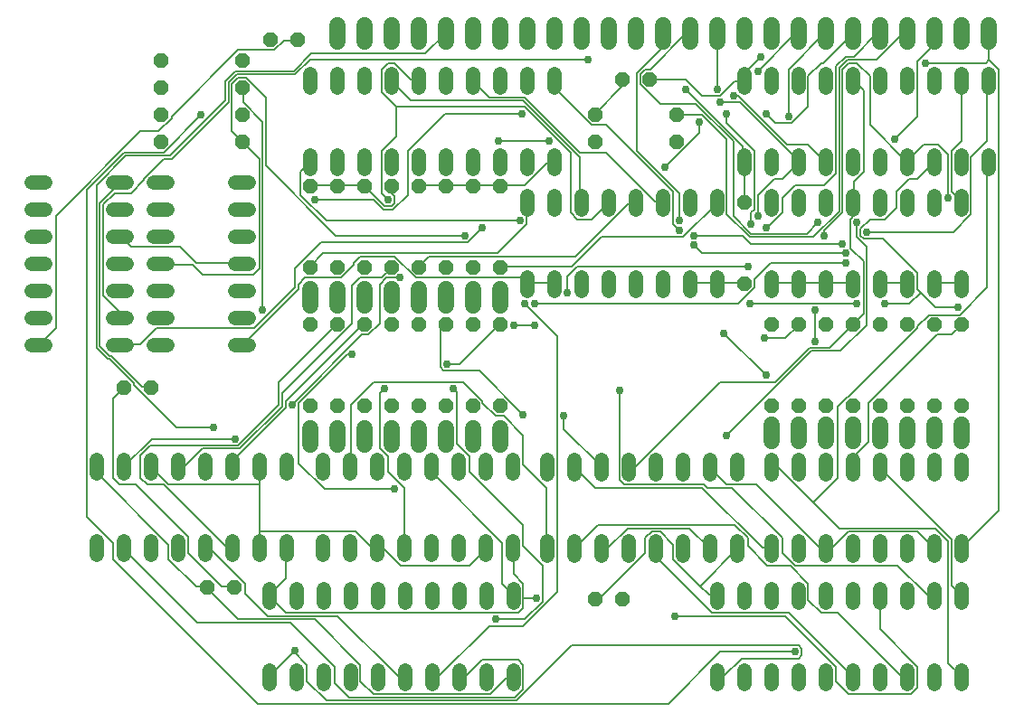
<source format=gbr>
G04 EAGLE Gerber RS-274X export*
G75*
%MOMM*%
%FSLAX34Y34*%
%LPD*%
%INBottom Copper*%
%IPPOS*%
%AMOC8*
5,1,8,0,0,1.08239X$1,22.5*%
G01*
%ADD10C,1.320800*%
%ADD11C,1.524000*%
%ADD12P,1.429621X8X292.500000*%
%ADD13P,1.429621X8X202.500000*%
%ADD14P,1.429621X8X22.500000*%
%ADD15C,0.152400*%
%ADD16C,0.756400*%


D10*
X342900Y647446D02*
X342900Y660654D01*
X368300Y660654D02*
X368300Y647446D01*
X495300Y647446D02*
X495300Y660654D01*
X520700Y660654D02*
X520700Y647446D01*
X393700Y647446D02*
X393700Y660654D01*
X419100Y660654D02*
X419100Y647446D01*
X469900Y647446D02*
X469900Y660654D01*
X444500Y660654D02*
X444500Y647446D01*
X546100Y647446D02*
X546100Y660654D01*
X571500Y660654D02*
X571500Y647446D01*
X571500Y723646D02*
X571500Y736854D01*
X546100Y736854D02*
X546100Y723646D01*
X520700Y723646D02*
X520700Y736854D01*
X495300Y736854D02*
X495300Y723646D01*
X469900Y723646D02*
X469900Y736854D01*
X444500Y736854D02*
X444500Y723646D01*
X419100Y723646D02*
X419100Y736854D01*
X393700Y736854D02*
X393700Y723646D01*
X368300Y723646D02*
X368300Y736854D01*
X342900Y736854D02*
X342900Y723646D01*
X749300Y660654D02*
X749300Y647446D01*
X774700Y647446D02*
X774700Y660654D01*
X901700Y660654D02*
X901700Y647446D01*
X927100Y647446D02*
X927100Y660654D01*
X800100Y660654D02*
X800100Y647446D01*
X825500Y647446D02*
X825500Y660654D01*
X876300Y660654D02*
X876300Y647446D01*
X850900Y647446D02*
X850900Y660654D01*
X952500Y660654D02*
X952500Y647446D01*
X977900Y647446D02*
X977900Y660654D01*
X977900Y723646D02*
X977900Y736854D01*
X952500Y736854D02*
X952500Y723646D01*
X927100Y723646D02*
X927100Y736854D01*
X901700Y736854D02*
X901700Y723646D01*
X876300Y723646D02*
X876300Y736854D01*
X850900Y736854D02*
X850900Y723646D01*
X825500Y723646D02*
X825500Y736854D01*
X800100Y736854D02*
X800100Y723646D01*
X774700Y723646D02*
X774700Y736854D01*
X749300Y736854D02*
X749300Y723646D01*
D11*
X546100Y767080D02*
X546100Y782320D01*
X520700Y782320D02*
X520700Y767080D01*
X495300Y767080D02*
X495300Y782320D01*
X469900Y782320D02*
X469900Y767080D01*
X444500Y767080D02*
X444500Y782320D01*
X419100Y782320D02*
X419100Y767080D01*
X393700Y767080D02*
X393700Y782320D01*
X368300Y782320D02*
X368300Y767080D01*
X749300Y767080D02*
X749300Y782320D01*
X723900Y782320D02*
X723900Y767080D01*
X698500Y767080D02*
X698500Y782320D01*
X673100Y782320D02*
X673100Y767080D01*
X647700Y767080D02*
X647700Y782320D01*
X622300Y782320D02*
X622300Y767080D01*
X596900Y767080D02*
X596900Y782320D01*
X571500Y782320D02*
X571500Y767080D01*
X774700Y407670D02*
X774700Y392430D01*
X800100Y392430D02*
X800100Y407670D01*
X825500Y407670D02*
X825500Y392430D01*
X850900Y392430D02*
X850900Y407670D01*
X876300Y407670D02*
X876300Y392430D01*
X901700Y392430D02*
X901700Y407670D01*
X927100Y407670D02*
X927100Y392430D01*
X952500Y392430D02*
X952500Y407670D01*
D12*
X342900Y501650D03*
X342900Y425450D03*
X368300Y501650D03*
X368300Y425450D03*
X393700Y501650D03*
X393700Y425450D03*
X419100Y501650D03*
X419100Y425450D03*
X444500Y501650D03*
X444500Y425450D03*
X469900Y501650D03*
X469900Y425450D03*
X495300Y501650D03*
X495300Y425450D03*
X520700Y501650D03*
X520700Y425450D03*
X774700Y501650D03*
X774700Y425450D03*
X800100Y501650D03*
X800100Y425450D03*
X825500Y501650D03*
X825500Y425450D03*
X850900Y501650D03*
X850900Y425450D03*
X876300Y501650D03*
X876300Y425450D03*
X901700Y501650D03*
X901700Y425450D03*
X927100Y501650D03*
X927100Y425450D03*
X952500Y501650D03*
X952500Y425450D03*
D11*
X342900Y404495D02*
X342900Y389255D01*
X368300Y389255D02*
X368300Y404495D01*
X393700Y404495D02*
X393700Y389255D01*
X419100Y389255D02*
X419100Y404495D01*
X444500Y404495D02*
X444500Y389255D01*
X469900Y389255D02*
X469900Y404495D01*
X495300Y404495D02*
X495300Y389255D01*
X520700Y389255D02*
X520700Y404495D01*
D10*
X321056Y375158D02*
X321056Y361950D01*
X295656Y361950D02*
X295656Y375158D01*
X168656Y375158D02*
X168656Y361950D01*
X143256Y361950D02*
X143256Y375158D01*
X270256Y375158D02*
X270256Y361950D01*
X244856Y361950D02*
X244856Y375158D01*
X194056Y375158D02*
X194056Y361950D01*
X219456Y361950D02*
X219456Y375158D01*
X143256Y298958D02*
X143256Y285750D01*
X168656Y285750D02*
X168656Y298958D01*
X194056Y298958D02*
X194056Y285750D01*
X219456Y285750D02*
X219456Y298958D01*
X244856Y298958D02*
X244856Y285750D01*
X270256Y285750D02*
X270256Y298958D01*
X295656Y298958D02*
X295656Y285750D01*
X321056Y285750D02*
X321056Y298958D01*
X532892Y361950D02*
X532892Y375158D01*
X507492Y375158D02*
X507492Y361950D01*
X380492Y361950D02*
X380492Y375158D01*
X355092Y375158D02*
X355092Y361950D01*
X482092Y361950D02*
X482092Y375158D01*
X456692Y375158D02*
X456692Y361950D01*
X405892Y361950D02*
X405892Y375158D01*
X431292Y375158D02*
X431292Y361950D01*
X355092Y298958D02*
X355092Y285750D01*
X380492Y285750D02*
X380492Y298958D01*
X405892Y298958D02*
X405892Y285750D01*
X431292Y285750D02*
X431292Y298958D01*
X456692Y298958D02*
X456692Y285750D01*
X482092Y285750D02*
X482092Y298958D01*
X507492Y298958D02*
X507492Y285750D01*
X532892Y285750D02*
X532892Y298958D01*
X742950Y361696D02*
X742950Y374904D01*
X717550Y374904D02*
X717550Y361696D01*
X590550Y361696D02*
X590550Y374904D01*
X565150Y374904D02*
X565150Y361696D01*
X692150Y361696D02*
X692150Y374904D01*
X666750Y374904D02*
X666750Y361696D01*
X615950Y361696D02*
X615950Y374904D01*
X641350Y374904D02*
X641350Y361696D01*
X565150Y298704D02*
X565150Y285496D01*
X590550Y285496D02*
X590550Y298704D01*
X615950Y298704D02*
X615950Y285496D01*
X641350Y285496D02*
X641350Y298704D01*
X666750Y298704D02*
X666750Y285496D01*
X692150Y285496D02*
X692150Y298704D01*
X717550Y298704D02*
X717550Y285496D01*
X742950Y285496D02*
X742950Y298704D01*
X952500Y361696D02*
X952500Y374904D01*
X927100Y374904D02*
X927100Y361696D01*
X800100Y361696D02*
X800100Y374904D01*
X774700Y374904D02*
X774700Y361696D01*
X901700Y361696D02*
X901700Y374904D01*
X876300Y374904D02*
X876300Y361696D01*
X825500Y361696D02*
X825500Y374904D01*
X850900Y374904D02*
X850900Y361696D01*
X774700Y298704D02*
X774700Y285496D01*
X800100Y285496D02*
X800100Y298704D01*
X825500Y298704D02*
X825500Y285496D01*
X850900Y285496D02*
X850900Y298704D01*
X876300Y298704D02*
X876300Y285496D01*
X901700Y285496D02*
X901700Y298704D01*
X927100Y298704D02*
X927100Y285496D01*
X952500Y285496D02*
X952500Y298704D01*
X304800Y178054D02*
X304800Y164846D01*
X330200Y164846D02*
X330200Y178054D01*
X457200Y178054D02*
X457200Y164846D01*
X482600Y164846D02*
X482600Y178054D01*
X355600Y178054D02*
X355600Y164846D01*
X381000Y164846D02*
X381000Y178054D01*
X431800Y178054D02*
X431800Y164846D01*
X406400Y164846D02*
X406400Y178054D01*
X508000Y178054D02*
X508000Y164846D01*
X533400Y164846D02*
X533400Y178054D01*
X533400Y241046D02*
X533400Y254254D01*
X508000Y254254D02*
X508000Y241046D01*
X482600Y241046D02*
X482600Y254254D01*
X457200Y254254D02*
X457200Y241046D01*
X431800Y241046D02*
X431800Y254254D01*
X406400Y254254D02*
X406400Y241046D01*
X381000Y241046D02*
X381000Y254254D01*
X355600Y254254D02*
X355600Y241046D01*
X330200Y241046D02*
X330200Y254254D01*
X304800Y254254D02*
X304800Y241046D01*
X723900Y178054D02*
X723900Y164846D01*
X749300Y164846D02*
X749300Y178054D01*
X876300Y178054D02*
X876300Y164846D01*
X901700Y164846D02*
X901700Y178054D01*
X774700Y178054D02*
X774700Y164846D01*
X800100Y164846D02*
X800100Y178054D01*
X850900Y178054D02*
X850900Y164846D01*
X825500Y164846D02*
X825500Y178054D01*
X927100Y178054D02*
X927100Y164846D01*
X952500Y164846D02*
X952500Y178054D01*
X952500Y241046D02*
X952500Y254254D01*
X927100Y254254D02*
X927100Y241046D01*
X901700Y241046D02*
X901700Y254254D01*
X876300Y254254D02*
X876300Y241046D01*
X850900Y241046D02*
X850900Y254254D01*
X825500Y254254D02*
X825500Y241046D01*
X800100Y241046D02*
X800100Y254254D01*
X774700Y254254D02*
X774700Y241046D01*
X749300Y241046D02*
X749300Y254254D01*
X723900Y254254D02*
X723900Y241046D01*
X546100Y609346D02*
X546100Y622554D01*
X546100Y546354D02*
X546100Y533146D01*
X571500Y609346D02*
X571500Y622554D01*
X571500Y546354D02*
X571500Y533146D01*
X596900Y609346D02*
X596900Y622554D01*
X596900Y546354D02*
X596900Y533146D01*
X622300Y609346D02*
X622300Y622554D01*
X622300Y546354D02*
X622300Y533146D01*
X647700Y609346D02*
X647700Y622554D01*
X647700Y546354D02*
X647700Y533146D01*
X673100Y609346D02*
X673100Y622554D01*
X673100Y546354D02*
X673100Y533146D01*
X698500Y609346D02*
X698500Y622554D01*
X698500Y546354D02*
X698500Y533146D01*
X723900Y609346D02*
X723900Y622554D01*
X723900Y546354D02*
X723900Y533146D01*
X774700Y609346D02*
X774700Y622554D01*
X774700Y546354D02*
X774700Y533146D01*
X800100Y609346D02*
X800100Y622554D01*
X800100Y546354D02*
X800100Y533146D01*
X825500Y609346D02*
X825500Y622554D01*
X825500Y546354D02*
X825500Y533146D01*
X850900Y609346D02*
X850900Y622554D01*
X850900Y546354D02*
X850900Y533146D01*
X876300Y609346D02*
X876300Y622554D01*
X876300Y546354D02*
X876300Y533146D01*
X901700Y609346D02*
X901700Y622554D01*
X901700Y546354D02*
X901700Y533146D01*
X927100Y609346D02*
X927100Y622554D01*
X927100Y546354D02*
X927100Y533146D01*
X952500Y609346D02*
X952500Y622554D01*
X952500Y546354D02*
X952500Y533146D01*
D12*
X749300Y615950D03*
X749300Y539750D03*
D11*
X774700Y767080D02*
X774700Y782320D01*
X800100Y782320D02*
X800100Y767080D01*
X825500Y767080D02*
X825500Y782320D01*
X850900Y782320D02*
X850900Y767080D01*
X876300Y767080D02*
X876300Y782320D01*
X901700Y782320D02*
X901700Y767080D01*
X927100Y767080D02*
X927100Y782320D01*
D10*
X286004Y482600D02*
X272796Y482600D01*
X272796Y508000D02*
X286004Y508000D01*
X286004Y635000D02*
X272796Y635000D01*
X209804Y635000D02*
X196596Y635000D01*
X272796Y533400D02*
X286004Y533400D01*
X286004Y558800D02*
X272796Y558800D01*
X272796Y609600D02*
X286004Y609600D01*
X286004Y584200D02*
X272796Y584200D01*
X209804Y609600D02*
X196596Y609600D01*
X196596Y584200D02*
X209804Y584200D01*
X209804Y558800D02*
X196596Y558800D01*
X196596Y533400D02*
X209804Y533400D01*
X209804Y508000D02*
X196596Y508000D01*
X196596Y482600D02*
X209804Y482600D01*
X171704Y482600D02*
X158496Y482600D01*
X158496Y508000D02*
X171704Y508000D01*
X171704Y635000D02*
X158496Y635000D01*
X95504Y635000D02*
X82296Y635000D01*
X158496Y533400D02*
X171704Y533400D01*
X171704Y558800D02*
X158496Y558800D01*
X158496Y609600D02*
X171704Y609600D01*
X171704Y584200D02*
X158496Y584200D01*
X95504Y609600D02*
X82296Y609600D01*
X82296Y584200D02*
X95504Y584200D01*
X95504Y558800D02*
X82296Y558800D01*
X82296Y533400D02*
X95504Y533400D01*
X95504Y508000D02*
X82296Y508000D01*
X82296Y482600D02*
X95504Y482600D01*
D13*
X685800Y673100D03*
X609600Y673100D03*
X685800Y698500D03*
X609600Y698500D03*
X279400Y673100D03*
X203200Y673100D03*
X279400Y698500D03*
X203200Y698500D03*
X279400Y723900D03*
X203200Y723900D03*
X279400Y749300D03*
X203200Y749300D03*
D11*
X342900Y534670D02*
X342900Y519430D01*
X368300Y519430D02*
X368300Y534670D01*
X393700Y534670D02*
X393700Y519430D01*
X419100Y519430D02*
X419100Y534670D01*
X444500Y534670D02*
X444500Y519430D01*
X469900Y519430D02*
X469900Y534670D01*
X495300Y534670D02*
X495300Y519430D01*
X520700Y519430D02*
X520700Y534670D01*
X952500Y767080D02*
X952500Y782320D01*
X977900Y782320D02*
X977900Y767080D01*
D12*
X520700Y631825D03*
X520700Y555625D03*
X495300Y631825D03*
X495300Y555625D03*
X469900Y631825D03*
X469900Y555625D03*
X444500Y631825D03*
X444500Y555625D03*
X419100Y631825D03*
X419100Y555625D03*
X393700Y631825D03*
X393700Y555625D03*
X368300Y631825D03*
X368300Y555625D03*
X342900Y631825D03*
X342900Y555625D03*
D13*
X271780Y255270D03*
X246380Y255270D03*
D14*
X609854Y244602D03*
X635254Y244602D03*
D13*
X661162Y731520D03*
X635762Y731520D03*
X331216Y768858D03*
X305816Y768858D03*
D14*
X168656Y442722D03*
X194056Y442722D03*
D15*
X749808Y617220D02*
X749808Y653796D01*
X749808Y617220D02*
X749300Y615950D01*
X749808Y653796D02*
X749300Y654050D01*
X635508Y725424D02*
X635508Y731520D01*
X635508Y725424D02*
X609600Y699516D01*
X635508Y731520D02*
X635762Y731520D01*
X609600Y699516D02*
X609600Y698500D01*
X748284Y669036D02*
X748284Y655320D01*
X748284Y669036D02*
X694944Y722376D01*
X748284Y655320D02*
X749300Y654050D01*
X495300Y632460D02*
X470916Y632460D01*
X469900Y631825D01*
X495300Y632460D02*
X519684Y632460D01*
X520700Y631825D01*
X495300Y631825D02*
X495300Y632460D01*
X469392Y632460D02*
X445008Y632460D01*
X444500Y631825D01*
X469392Y632460D02*
X469900Y631825D01*
X393192Y632460D02*
X368808Y632460D01*
X393192Y632460D02*
X393700Y631825D01*
X368808Y632460D02*
X368300Y631825D01*
X367284Y632460D02*
X342900Y632460D01*
X342900Y631825D01*
X367284Y632460D02*
X368300Y631825D01*
X419100Y631825D02*
X419100Y624840D01*
X422148Y621792D01*
X422148Y615696D01*
X419100Y612648D01*
X413004Y612648D01*
X394716Y630936D01*
X393700Y631825D01*
X565404Y653796D02*
X571500Y653796D01*
X565404Y653796D02*
X544068Y632460D01*
X521208Y632460D01*
X571500Y653796D02*
X571500Y654050D01*
X521208Y632460D02*
X520700Y631825D01*
X775716Y367284D02*
X781812Y367284D01*
X813816Y335280D02*
X838200Y310896D01*
X813816Y335280D02*
X781812Y367284D01*
X838200Y310896D02*
X928116Y310896D01*
X940308Y298704D01*
X940308Y184404D01*
X952500Y172212D01*
X775716Y367284D02*
X774700Y368300D01*
X952500Y172212D02*
X952500Y171450D01*
X976884Y536448D02*
X976884Y653796D01*
X976884Y536448D02*
X950976Y510540D01*
X922020Y510540D01*
X911352Y499872D01*
X911352Y498348D01*
X847344Y434340D01*
X845820Y434340D01*
X836676Y425196D01*
X836676Y358140D01*
X813816Y335280D01*
X976884Y653796D02*
X977900Y654050D01*
X143256Y368554D02*
X143256Y362712D01*
X210312Y295656D01*
X210312Y281940D01*
X236220Y256032D01*
X245364Y256032D01*
X246380Y255270D01*
X193548Y443484D02*
X185928Y443484D01*
X156972Y472440D01*
X155448Y472440D01*
X146304Y481584D01*
X146304Y615696D01*
X164592Y633984D01*
X193548Y443484D02*
X194056Y442722D01*
X164592Y633984D02*
X165100Y635000D01*
X527304Y170688D02*
X533400Y170688D01*
X527304Y170688D02*
X512064Y155448D01*
X402336Y155448D01*
X390144Y167640D01*
X390144Y182880D01*
X347472Y225552D01*
X275844Y225552D01*
X246888Y254508D01*
X533400Y171450D02*
X533400Y170688D01*
X246888Y254508D02*
X246380Y255270D01*
D16*
X694944Y722376D03*
D15*
X320040Y291084D02*
X320040Y263652D01*
X304800Y248412D01*
X320040Y291084D02*
X321056Y292354D01*
X304800Y248412D02*
X304800Y247650D01*
X533400Y268224D02*
X533400Y291084D01*
X533400Y268224D02*
X542544Y259080D01*
X542544Y245364D02*
X542544Y236220D01*
X542544Y245364D02*
X542544Y259080D01*
X542544Y236220D02*
X537972Y231648D01*
X320040Y231648D01*
X304800Y246888D01*
X532892Y292354D02*
X533400Y291084D01*
X304800Y247650D02*
X304800Y246888D01*
X318516Y768096D02*
X330708Y768096D01*
X318516Y768096D02*
X309372Y758952D01*
X275844Y758952D01*
X213360Y696468D01*
X213360Y694944D01*
X201168Y682752D01*
X184404Y682752D01*
X105156Y603504D01*
X105156Y498348D01*
X89916Y483108D01*
X330708Y768096D02*
X331216Y768858D01*
X89916Y483108D02*
X88900Y482600D01*
X260604Y256032D02*
X271272Y256032D01*
X260604Y256032D02*
X228600Y288036D01*
X228600Y303276D01*
X179832Y352044D01*
X164592Y352044D01*
X158496Y358140D01*
X158496Y432816D01*
X167640Y441960D01*
X271272Y256032D02*
X271780Y255270D01*
X167640Y441960D02*
X168656Y442722D01*
X740664Y729996D02*
X748284Y729996D01*
X740664Y729996D02*
X726948Y716280D01*
X710184Y716280D01*
X694944Y731520D01*
X661162Y731520D01*
X748284Y729996D02*
X749300Y730250D01*
X614172Y245364D02*
X611124Y245364D01*
X614172Y245364D02*
X656844Y288036D01*
X656844Y301752D01*
X662940Y307848D01*
X670560Y307848D01*
X682752Y295656D01*
X682752Y281940D01*
X707136Y257556D02*
X716280Y248412D01*
X707136Y257556D02*
X682752Y281940D01*
X716280Y248412D02*
X723900Y248412D01*
X611124Y245364D02*
X609854Y244602D01*
X723900Y247650D02*
X723900Y248412D01*
X708660Y257556D02*
X742188Y291084D01*
X708660Y257556D02*
X707136Y257556D01*
X742188Y291084D02*
X742950Y292100D01*
X978408Y749808D02*
X978408Y774192D01*
X978408Y749808D02*
X987552Y740664D01*
X987552Y327660D01*
X952500Y292608D01*
X978408Y774192D02*
X977900Y774700D01*
X952500Y292608D02*
X952500Y292100D01*
X749808Y731520D02*
X749808Y737616D01*
X765048Y752856D01*
X918972Y746760D02*
X975360Y746760D01*
X978408Y749808D01*
X749808Y731520D02*
X749300Y730250D01*
X554736Y245364D02*
X542544Y245364D01*
D16*
X765048Y752856D03*
X918972Y746760D03*
X554736Y245364D03*
D15*
X545592Y595884D02*
X545592Y615696D01*
X545592Y595884D02*
X518160Y568452D01*
X355092Y568452D01*
X342900Y556260D01*
X545592Y615696D02*
X546100Y615950D01*
X342900Y556260D02*
X342900Y555625D01*
X269748Y292608D02*
X265176Y292608D01*
X205740Y352044D01*
X190500Y352044D01*
X184404Y358140D01*
X184404Y379476D01*
X193548Y388620D01*
X275844Y388620D01*
X313944Y426720D01*
X313944Y448056D01*
X367284Y501396D01*
X269748Y292608D02*
X270256Y292354D01*
X367284Y501396D02*
X368300Y501650D01*
X271272Y374904D02*
X271272Y368808D01*
X271272Y374904D02*
X320040Y423672D01*
X320040Y429768D01*
X393192Y502920D01*
X271272Y368808D02*
X270256Y368554D01*
X393700Y501650D02*
X393192Y502920D01*
X595884Y617220D02*
X595884Y658368D01*
X542544Y711708D01*
X437388Y711708D01*
X419100Y729996D01*
X595884Y617220D02*
X596900Y615950D01*
X419100Y729996D02*
X419100Y730250D01*
X437388Y731520D02*
X443484Y731520D01*
X437388Y731520D02*
X422148Y746760D01*
X416052Y746760D01*
X409956Y740664D01*
X409956Y719328D01*
X423672Y705612D01*
X544068Y705612D01*
X586740Y662940D01*
X586740Y606552D01*
X592836Y600456D01*
X606552Y600456D01*
X621792Y615696D01*
X444500Y730250D02*
X443484Y731520D01*
X621792Y615696D02*
X622300Y615950D01*
X225552Y368808D02*
X219456Y368808D01*
X225552Y368808D02*
X242316Y385572D01*
X277368Y385572D01*
X316992Y425196D01*
X316992Y437388D01*
X382524Y502920D01*
X382524Y537972D01*
X390144Y545592D01*
X409956Y545592D01*
X419100Y554736D01*
X219456Y368808D02*
X219456Y368554D01*
X419100Y554736D02*
X419100Y555625D01*
X423672Y678180D02*
X423672Y705612D01*
X423672Y678180D02*
X409956Y664464D01*
X409956Y624840D01*
X416052Y618744D01*
D16*
X416052Y618744D03*
D15*
X431292Y348996D02*
X431292Y292354D01*
X431292Y348996D02*
X416052Y364236D01*
X416052Y377952D01*
X408432Y385572D01*
X408432Y437388D01*
X413004Y441960D01*
X641604Y615696D02*
X647700Y615696D01*
X641604Y615696D02*
X591312Y565404D01*
X454152Y565404D01*
X445008Y556260D01*
X647700Y615696D02*
X647700Y615950D01*
X445008Y556260D02*
X444500Y555625D01*
D16*
X413004Y441960D03*
D15*
X501396Y458724D02*
X542544Y417576D01*
X501396Y458724D02*
X467868Y458724D01*
X464820Y461772D01*
X464820Y496824D01*
X469392Y501396D01*
X469900Y501650D01*
X665988Y617220D02*
X672084Y617220D01*
X665988Y617220D02*
X620268Y662940D01*
X595884Y662940D01*
X544068Y714756D01*
X510540Y714756D01*
X495300Y729996D01*
X672084Y617220D02*
X673100Y615950D01*
X495300Y729996D02*
X495300Y730250D01*
D16*
X542544Y417576D03*
D15*
X483108Y464820D02*
X470916Y464820D01*
X483108Y464820D02*
X519684Y501396D01*
X520700Y501650D01*
X521208Y556260D02*
X588264Y556260D01*
X615696Y583692D01*
X691896Y583692D01*
X723900Y615696D01*
X521208Y556260D02*
X520700Y555625D01*
X723900Y615696D02*
X723900Y615950D01*
D16*
X470916Y464820D03*
D15*
X413004Y291084D02*
X406908Y291084D01*
X413004Y291084D02*
X428244Y275844D01*
X492252Y275844D01*
X507492Y291084D01*
X406908Y291084D02*
X405892Y292354D01*
X507492Y292354D02*
X507492Y291084D01*
X295656Y352044D02*
X295656Y368554D01*
X295656Y352044D02*
X295656Y307848D01*
X295656Y292354D01*
X280416Y710184D02*
X280416Y723900D01*
X280416Y710184D02*
X298704Y691896D01*
X298704Y515112D01*
X280416Y723900D02*
X279400Y723900D01*
X295656Y352044D02*
X210312Y352044D01*
X195072Y367284D01*
X194056Y368554D01*
X400812Y292608D02*
X405384Y292608D01*
X400812Y292608D02*
X385572Y307848D01*
X295656Y307848D01*
X405384Y292608D02*
X405892Y292354D01*
X826008Y292608D02*
X832104Y292608D01*
X847344Y307848D01*
X911352Y307848D01*
X927100Y292100D01*
X826008Y292608D02*
X825500Y292100D01*
X790956Y740664D02*
X824484Y774192D01*
X790956Y740664D02*
X790956Y696468D01*
X824484Y774192D02*
X825500Y774700D01*
X621792Y292608D02*
X617220Y292608D01*
X621792Y292608D02*
X640080Y310896D01*
X697992Y310896D01*
X716280Y292608D01*
X617220Y292608D02*
X615950Y292100D01*
X716280Y292608D02*
X717550Y292100D01*
X819912Y292608D02*
X824484Y292608D01*
X819912Y292608D02*
X760476Y352044D01*
X733044Y352044D01*
X717804Y367284D01*
X824484Y292608D02*
X825500Y292100D01*
X717804Y367284D02*
X717550Y368300D01*
X580644Y403860D02*
X580644Y416052D01*
X580644Y403860D02*
X615696Y368808D01*
X615950Y368300D01*
D16*
X298704Y515112D03*
X790956Y696468D03*
X580644Y416052D03*
D15*
X851916Y617220D02*
X851916Y635508D01*
X861060Y644652D01*
X861060Y720852D01*
X851916Y729996D01*
X851916Y617220D02*
X850900Y615950D01*
X851916Y729996D02*
X850900Y730250D01*
X647700Y368808D02*
X641604Y368808D01*
X647700Y368808D02*
X726948Y448056D01*
X778764Y448056D01*
X810768Y480060D01*
X829056Y480060D01*
X850392Y501396D01*
X641604Y368808D02*
X641350Y368300D01*
X850392Y501396D02*
X850900Y501650D01*
X850392Y601980D02*
X850392Y615696D01*
X850392Y601980D02*
X848868Y600456D01*
X848868Y573024D01*
X861060Y560832D01*
X861060Y512064D01*
X851916Y502920D01*
X850392Y615696D02*
X850900Y615950D01*
X851916Y502920D02*
X850900Y501650D01*
X787908Y489204D02*
X768096Y489204D01*
X787908Y489204D02*
X800100Y501396D01*
X800100Y501650D01*
D16*
X768096Y489204D03*
D15*
X851916Y377952D02*
X851916Y368808D01*
X851916Y377952D02*
X865632Y391668D01*
X865632Y428244D01*
X929640Y492252D01*
X943356Y492252D01*
X952500Y501396D01*
X851916Y368808D02*
X850900Y368300D01*
X952500Y501396D02*
X952500Y501650D01*
X952500Y673608D02*
X952500Y730250D01*
X952500Y673608D02*
X943356Y664464D01*
X943356Y626364D01*
X952500Y617220D01*
X952500Y615950D01*
X774192Y292608D02*
X766572Y292608D01*
X710184Y348996D01*
X609600Y348996D01*
X591312Y367284D01*
X774192Y292608D02*
X774700Y292100D01*
X591312Y367284D02*
X590550Y368300D01*
X563880Y348996D02*
X563880Y292608D01*
X563880Y348996D02*
X542544Y370332D01*
X542544Y397764D01*
X524256Y416052D01*
X516636Y416052D01*
X504444Y428244D01*
X504444Y429768D01*
X486156Y448056D01*
X402336Y448056D01*
X381000Y426720D01*
X381000Y368808D01*
X563880Y292608D02*
X565150Y292100D01*
X381000Y368808D02*
X380492Y368554D01*
X272796Y394716D02*
X195072Y394716D01*
X169164Y368808D01*
X168656Y368554D01*
D16*
X272796Y394716D03*
D15*
X205740Y662940D02*
X240792Y697992D01*
X205740Y662940D02*
X169164Y662940D01*
X134112Y627888D01*
X134112Y321564D01*
X158496Y297180D01*
X158496Y281940D01*
X294132Y146304D01*
X678180Y146304D01*
X726948Y195072D01*
X797052Y195072D01*
X822960Y746760D02*
X850900Y774700D01*
X822960Y746760D02*
X821436Y746760D01*
X809244Y734568D01*
X809244Y705612D01*
X794004Y690372D01*
X778764Y690372D01*
X769620Y699516D01*
X729996Y493776D02*
X769620Y454152D01*
D16*
X240792Y697992D03*
X797052Y195072D03*
X769620Y699516D03*
X729996Y493776D03*
X769620Y454152D03*
D15*
X431292Y172212D02*
X425196Y172212D01*
X368808Y228600D01*
X303276Y228600D01*
X281940Y249936D01*
X281940Y259080D01*
X249936Y291084D01*
X245364Y291084D01*
X431292Y172212D02*
X431800Y171450D01*
X245364Y291084D02*
X244856Y292354D01*
X483108Y172212D02*
X489204Y172212D01*
X504444Y187452D01*
X537972Y187452D01*
X542544Y182880D01*
X542544Y160020D01*
X534924Y152400D01*
X379476Y152400D01*
X365760Y166116D01*
X365760Y181356D01*
X324612Y222504D01*
X237744Y222504D01*
X169164Y291084D01*
X482600Y171450D02*
X483108Y172212D01*
X169164Y291084D02*
X168656Y292354D01*
X457200Y362712D02*
X457200Y367284D01*
X457200Y362712D02*
X522732Y297180D01*
X522732Y259080D01*
X533400Y248412D01*
X457200Y367284D02*
X456692Y368554D01*
X533400Y248412D02*
X533400Y247650D01*
X790956Y231648D02*
X850392Y172212D01*
X790956Y231648D02*
X719328Y231648D01*
X667512Y283464D01*
X667512Y291084D01*
X850392Y172212D02*
X850900Y171450D01*
X667512Y291084D02*
X666750Y292100D01*
X896112Y172212D02*
X900684Y172212D01*
X896112Y172212D02*
X836676Y231648D01*
X821436Y231648D01*
X809244Y243840D01*
X809244Y259080D01*
X792480Y275844D01*
X771144Y275844D01*
X752856Y294132D01*
X752856Y301752D01*
X740664Y313944D01*
X612648Y313944D01*
X591312Y292608D01*
X900684Y172212D02*
X901700Y171450D01*
X591312Y292608D02*
X590550Y292100D01*
X876300Y367284D02*
X943356Y300228D01*
X943356Y257556D01*
X952500Y248412D01*
X876300Y367284D02*
X876300Y368300D01*
X952500Y248412D02*
X952500Y247650D01*
X422148Y347472D02*
X356616Y347472D01*
X332232Y371856D01*
X332232Y428244D01*
X377952Y473964D01*
X382524Y473964D01*
D16*
X422148Y347472D03*
X382524Y473964D03*
D15*
X391668Y492252D02*
X326136Y426720D01*
X391668Y492252D02*
X397764Y492252D01*
X408432Y502920D01*
X408432Y539496D01*
X414528Y545592D01*
X426720Y545592D01*
D16*
X326136Y426720D03*
X426720Y545592D03*
D15*
X457200Y172212D02*
X463296Y172212D01*
X510540Y219456D01*
X542544Y219456D01*
X574548Y251460D01*
X574548Y490728D01*
X544068Y521208D01*
X457200Y172212D02*
X457200Y171450D01*
D16*
X544068Y521208D03*
D15*
X544068Y225552D02*
X516636Y225552D01*
X544068Y225552D02*
X560832Y242316D01*
X560832Y275844D01*
X542544Y294132D01*
X542544Y313944D01*
X492252Y364236D01*
X492252Y377952D01*
X480060Y390144D01*
X480060Y438912D01*
X477012Y441960D01*
D16*
X516636Y225552D03*
X477012Y441960D03*
D15*
X252984Y405384D02*
X217932Y405384D01*
X178308Y445008D01*
X178308Y446532D01*
X155448Y469392D01*
X153924Y469392D01*
X143256Y480060D01*
X143256Y632460D01*
X170688Y659892D01*
X211836Y659892D01*
X263652Y711708D01*
X263652Y729996D01*
X272796Y739140D01*
X327660Y739140D01*
X344424Y755904D01*
X451104Y755904D01*
X469900Y774700D01*
D16*
X252984Y405384D03*
D15*
X733044Y397764D02*
X812292Y477012D01*
X839724Y477012D01*
X864108Y501396D01*
X864108Y574548D01*
X854964Y583692D01*
X854964Y597408D01*
D16*
X733044Y397764D03*
X854964Y597408D03*
D15*
X815340Y515112D02*
X815340Y486156D01*
X743712Y716280D02*
X739140Y716280D01*
X743712Y716280D02*
X789432Y670560D01*
X809244Y670560D01*
X824484Y655320D01*
X825500Y654050D01*
D16*
X815340Y486156D03*
X815340Y515112D03*
X739140Y716280D03*
D15*
X876300Y247650D02*
X876300Y216408D01*
X911352Y181356D01*
X911352Y161544D01*
X905256Y155448D01*
X847344Y155448D01*
X835152Y167640D01*
X835152Y181356D01*
X787908Y228600D01*
X684276Y228600D01*
X762000Y603504D02*
X762000Y623316D01*
X777240Y638556D01*
X784860Y638556D01*
X800100Y653796D01*
X800100Y654050D01*
X745236Y710184D02*
X726948Y710184D01*
X745236Y710184D02*
X800100Y655320D01*
X800100Y654050D01*
D16*
X684276Y228600D03*
X762000Y603504D03*
X726948Y710184D03*
D15*
X920496Y248412D02*
X926592Y248412D01*
X920496Y248412D02*
X893064Y275844D01*
X797052Y275844D01*
X784860Y288036D01*
X784860Y301752D01*
X737616Y348996D01*
X714756Y348996D01*
X711708Y352044D01*
X637032Y352044D01*
X632460Y356616D01*
X632460Y440436D01*
X926592Y248412D02*
X927100Y247650D01*
D16*
X632460Y440436D03*
D15*
X928116Y518160D02*
X949452Y518160D01*
X914400Y531876D02*
X911352Y534924D01*
X914400Y531876D02*
X928116Y518160D01*
X911352Y534924D02*
X911352Y550164D01*
X879348Y582168D01*
X861060Y582168D01*
X858012Y585216D01*
X858012Y591312D01*
X867156Y600456D01*
X880872Y600456D01*
X891540Y611124D01*
X891540Y626364D01*
X903732Y638556D01*
X911352Y638556D01*
X926592Y653796D01*
X927100Y654050D01*
X723900Y722376D02*
X723900Y774700D01*
X733044Y699516D02*
X733044Y690372D01*
X758952Y664464D01*
X758952Y609600D01*
X755904Y606552D01*
X755904Y595884D01*
X754380Y521208D02*
X854964Y521208D01*
X880872Y521208D02*
X903732Y521208D01*
X914400Y531876D01*
D16*
X949452Y518160D03*
X723900Y722376D03*
X733044Y699516D03*
X755904Y595884D03*
X754380Y521208D03*
X854964Y521208D03*
X880872Y521208D03*
D15*
X940308Y620268D02*
X940308Y661416D01*
X931164Y670560D01*
X917448Y670560D01*
X902208Y655320D01*
X901700Y654050D01*
X697992Y774192D02*
X694944Y774192D01*
X661416Y740664D01*
X656844Y740664D01*
X652272Y736092D01*
X652272Y726948D01*
X670560Y708660D01*
X704088Y708660D01*
X739140Y673608D01*
X739140Y603504D01*
X755904Y586740D01*
X807720Y586740D01*
X818388Y597408D01*
X824484Y589788D02*
X824484Y585216D01*
X824484Y589788D02*
X841248Y606552D01*
X841248Y740664D01*
X847344Y746760D01*
X854964Y746760D01*
X867156Y734568D01*
X867156Y688848D01*
X900684Y655320D01*
X698500Y774700D02*
X697992Y774192D01*
X900684Y655320D02*
X901700Y654050D01*
D16*
X940308Y620268D03*
X818388Y597408D03*
X824484Y585216D03*
D15*
X672084Y760476D02*
X672084Y774192D01*
X672084Y760476D02*
X649224Y737616D01*
X649224Y664464D01*
X688848Y624840D01*
X688848Y598932D01*
X702564Y585216D02*
X748284Y585216D01*
X755904Y577596D01*
X841248Y577596D01*
X673100Y774700D02*
X672084Y774192D01*
D16*
X688848Y598932D03*
X702564Y585216D03*
X841248Y577596D03*
D15*
X850392Y541020D02*
X826008Y541020D01*
X825500Y539750D01*
X850392Y541020D02*
X850900Y539750D01*
X928116Y541020D02*
X952500Y541020D01*
X952500Y539750D01*
X928116Y541020D02*
X927100Y539750D01*
X900684Y541020D02*
X876300Y541020D01*
X876300Y539750D01*
X900684Y541020D02*
X901700Y539750D01*
X723900Y541020D02*
X699516Y541020D01*
X698500Y539750D01*
X775716Y541020D02*
X800100Y541020D01*
X775716Y541020D02*
X774700Y539750D01*
X748284Y541020D02*
X723900Y541020D01*
X723900Y539750D01*
X748284Y541020D02*
X749300Y539750D01*
X332232Y534924D02*
X280416Y483108D01*
X332232Y534924D02*
X332232Y539496D01*
X338328Y545592D01*
X371856Y545592D01*
X384048Y557784D01*
X384048Y559308D01*
X390144Y565404D01*
X422148Y565404D01*
X441960Y545592D01*
X541020Y545592D01*
X545592Y541020D01*
X280416Y483108D02*
X279400Y482600D01*
X545592Y541020D02*
X546100Y539750D01*
X547116Y541020D02*
X571500Y541020D01*
X571500Y539750D01*
X547116Y541020D02*
X546100Y539750D01*
X800100Y541020D02*
X824484Y541020D01*
X825500Y539750D01*
X800100Y539750D02*
X800100Y541020D01*
X164592Y513588D02*
X164592Y509016D01*
X164592Y513588D02*
X149352Y528828D01*
X149352Y614172D01*
X160020Y624840D01*
X175260Y624840D01*
X187452Y637032D01*
X187452Y638556D01*
X205740Y656844D01*
X213360Y656844D01*
X266700Y710184D01*
X266700Y728472D01*
X274320Y736092D01*
X329184Y736092D01*
X342900Y749808D01*
X603504Y749808D01*
X164592Y509016D02*
X165100Y508000D01*
X897636Y774192D02*
X900684Y774192D01*
X897636Y774192D02*
X873252Y749808D01*
X845820Y749808D01*
X838200Y742188D01*
X838200Y608076D01*
X813816Y583692D01*
X754380Y583692D01*
X733044Y605028D01*
X733044Y675132D01*
X710184Y697992D01*
X685800Y697992D01*
X900684Y774192D02*
X901700Y774700D01*
X685800Y698500D02*
X685800Y697992D01*
D16*
X603504Y749808D03*
D15*
X233172Y557784D02*
X204216Y557784D01*
X233172Y557784D02*
X242316Y548640D01*
X289560Y548640D01*
X295656Y554736D01*
X295656Y656844D01*
X279400Y673100D01*
X203200Y558800D02*
X204216Y557784D01*
X873252Y774192D02*
X876300Y774192D01*
X873252Y774192D02*
X851916Y752856D01*
X844296Y752856D01*
X835152Y743712D01*
X835152Y643128D01*
X824484Y632460D01*
X797052Y632460D01*
X784860Y620268D01*
X784860Y606552D01*
X771144Y592836D01*
X769620Y592836D01*
X752856Y556260D02*
X592836Y556260D01*
X583692Y547116D01*
X583692Y531876D01*
X553212Y501396D02*
X533400Y501396D01*
X487680Y585216D02*
X367284Y585216D01*
X301752Y650748D01*
X301752Y714756D01*
X283464Y733044D01*
X275844Y733044D01*
X269748Y726948D01*
X269748Y682752D01*
X279400Y673100D01*
X876300Y774192D02*
X876300Y774700D01*
D16*
X769620Y592836D03*
X752856Y556260D03*
X583692Y531876D03*
X553212Y501396D03*
X533400Y501396D03*
X487680Y585216D03*
D15*
X797052Y774192D02*
X800100Y774192D01*
X797052Y774192D02*
X762000Y739140D01*
X707136Y691896D02*
X707136Y681228D01*
X675132Y649224D01*
X539496Y598932D02*
X358140Y598932D01*
X333756Y623316D01*
X333756Y644652D01*
X342900Y653796D01*
X800100Y774192D02*
X800100Y774700D01*
X342900Y654050D02*
X342900Y653796D01*
D16*
X762000Y739140D03*
X707136Y691896D03*
X675132Y649224D03*
X539496Y598932D03*
D15*
X184404Y483108D02*
X166116Y483108D01*
X184404Y483108D02*
X199644Y498348D01*
X291084Y498348D01*
X329184Y536448D01*
X329184Y554736D01*
X353568Y579120D01*
X490728Y579120D01*
X504444Y592836D01*
X519684Y673608D02*
X566928Y673608D01*
X166116Y483108D02*
X165100Y482600D01*
X926592Y763524D02*
X926592Y774192D01*
X926592Y763524D02*
X911352Y748284D01*
X911352Y696468D01*
X890016Y675132D01*
X844296Y559308D02*
X774192Y559308D01*
X758952Y544068D01*
X758952Y536448D01*
X743712Y521208D01*
X553212Y521208D01*
X926592Y774192D02*
X927100Y774700D01*
D16*
X504444Y592836D03*
X519684Y673608D03*
X566928Y673608D03*
X890016Y675132D03*
X844296Y559308D03*
X553212Y521208D03*
D15*
X278892Y559308D02*
X236220Y559308D01*
X220980Y574548D01*
X175260Y574548D01*
X166116Y583692D01*
X278892Y559308D02*
X279400Y558800D01*
X166116Y583692D02*
X165100Y584200D01*
X347472Y618744D02*
X402336Y618744D01*
X411480Y609600D01*
X420624Y609600D01*
X434340Y623316D01*
X434340Y664464D01*
X469392Y699516D01*
X541020Y699516D01*
X976884Y673608D02*
X976884Y729996D01*
X976884Y673608D02*
X961644Y658368D01*
X961644Y605028D01*
X944880Y588264D01*
X864108Y588264D01*
X844296Y568452D02*
X710184Y568452D01*
X702564Y576072D01*
X688848Y589788D02*
X682752Y595884D01*
X682752Y626364D01*
X620268Y688848D01*
X606552Y688848D01*
X571500Y723900D01*
X571500Y730250D01*
X976884Y729996D02*
X977900Y730250D01*
D16*
X347472Y618744D03*
X541020Y699516D03*
X864108Y588264D03*
X844296Y568452D03*
X702564Y576072D03*
X688848Y589788D03*
D15*
X327660Y195072D02*
X304800Y172212D01*
X304800Y171450D01*
X723900Y172212D02*
X729996Y172212D01*
X746760Y188976D01*
X800100Y188976D01*
X803148Y192024D01*
X803148Y198120D01*
X800100Y201168D01*
X588264Y201168D01*
X536448Y149352D01*
X358140Y149352D01*
X339852Y167640D01*
X339852Y182880D01*
X327660Y195072D01*
X723900Y172212D02*
X723900Y171450D01*
X329184Y196596D02*
X327660Y195072D01*
D16*
X329184Y196596D03*
M02*

</source>
